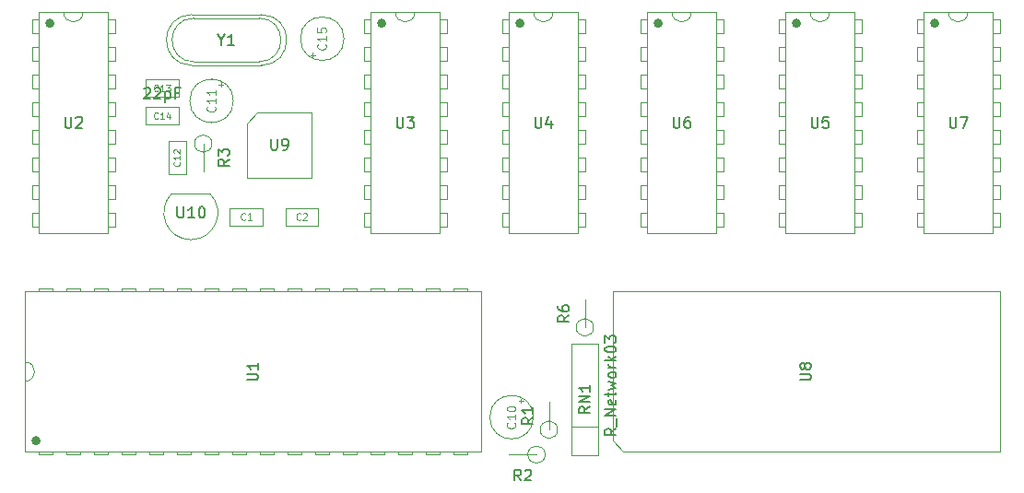
<source format=gbr>
%TF.GenerationSoftware,KiCad,Pcbnew,7.0.10*%
%TF.CreationDate,2024-03-07T11:58:07+00:00*%
%TF.ProjectId,v0a,7630612e-6b69-4636-9164-5f7063625858,rev?*%
%TF.SameCoordinates,Original*%
%TF.FileFunction,AssemblyDrawing,Top*%
%FSLAX46Y46*%
G04 Gerber Fmt 4.6, Leading zero omitted, Abs format (unit mm)*
G04 Created by KiCad (PCBNEW 7.0.10) date 2024-03-07 11:58:07*
%MOMM*%
%LPD*%
G01*
G04 APERTURE LIST*
%ADD10C,0.150000*%
%ADD11C,0.120000*%
%ADD12C,0.090000*%
%ADD13C,0.100000*%
%ADD14C,0.431000*%
G04 APERTURE END LIST*
D10*
X43846905Y-53429819D02*
X43846905Y-54239342D01*
X43846905Y-54239342D02*
X43894524Y-54334580D01*
X43894524Y-54334580D02*
X43942143Y-54382200D01*
X43942143Y-54382200D02*
X44037381Y-54429819D01*
X44037381Y-54429819D02*
X44227857Y-54429819D01*
X44227857Y-54429819D02*
X44323095Y-54382200D01*
X44323095Y-54382200D02*
X44370714Y-54334580D01*
X44370714Y-54334580D02*
X44418333Y-54239342D01*
X44418333Y-54239342D02*
X44418333Y-53429819D01*
X45418333Y-54429819D02*
X44846905Y-54429819D01*
X45132619Y-54429819D02*
X45132619Y-53429819D01*
X45132619Y-53429819D02*
X45037381Y-53572676D01*
X45037381Y-53572676D02*
X44942143Y-53667914D01*
X44942143Y-53667914D02*
X44846905Y-53715533D01*
X46037381Y-53429819D02*
X46132619Y-53429819D01*
X46132619Y-53429819D02*
X46227857Y-53477438D01*
X46227857Y-53477438D02*
X46275476Y-53525057D01*
X46275476Y-53525057D02*
X46323095Y-53620295D01*
X46323095Y-53620295D02*
X46370714Y-53810771D01*
X46370714Y-53810771D02*
X46370714Y-54048866D01*
X46370714Y-54048866D02*
X46323095Y-54239342D01*
X46323095Y-54239342D02*
X46275476Y-54334580D01*
X46275476Y-54334580D02*
X46227857Y-54382200D01*
X46227857Y-54382200D02*
X46132619Y-54429819D01*
X46132619Y-54429819D02*
X46037381Y-54429819D01*
X46037381Y-54429819D02*
X45942143Y-54382200D01*
X45942143Y-54382200D02*
X45894524Y-54334580D01*
X45894524Y-54334580D02*
X45846905Y-54239342D01*
X45846905Y-54239342D02*
X45799286Y-54048866D01*
X45799286Y-54048866D02*
X45799286Y-53810771D01*
X45799286Y-53810771D02*
X45846905Y-53620295D01*
X45846905Y-53620295D02*
X45894524Y-53525057D01*
X45894524Y-53525057D02*
X45942143Y-53477438D01*
X45942143Y-53477438D02*
X46037381Y-53429819D01*
D11*
X47277664Y-44214285D02*
X47315760Y-44252381D01*
X47315760Y-44252381D02*
X47353855Y-44366666D01*
X47353855Y-44366666D02*
X47353855Y-44442857D01*
X47353855Y-44442857D02*
X47315760Y-44557143D01*
X47315760Y-44557143D02*
X47239569Y-44633333D01*
X47239569Y-44633333D02*
X47163379Y-44671428D01*
X47163379Y-44671428D02*
X47010998Y-44709524D01*
X47010998Y-44709524D02*
X46896712Y-44709524D01*
X46896712Y-44709524D02*
X46744331Y-44671428D01*
X46744331Y-44671428D02*
X46668140Y-44633333D01*
X46668140Y-44633333D02*
X46591950Y-44557143D01*
X46591950Y-44557143D02*
X46553855Y-44442857D01*
X46553855Y-44442857D02*
X46553855Y-44366666D01*
X46553855Y-44366666D02*
X46591950Y-44252381D01*
X46591950Y-44252381D02*
X46630045Y-44214285D01*
X47353855Y-43452381D02*
X47353855Y-43909524D01*
X47353855Y-43680952D02*
X46553855Y-43680952D01*
X46553855Y-43680952D02*
X46668140Y-43757143D01*
X46668140Y-43757143D02*
X46744331Y-43833333D01*
X46744331Y-43833333D02*
X46782426Y-43909524D01*
X47353855Y-42690476D02*
X47353855Y-43147619D01*
X47353855Y-42919047D02*
X46553855Y-42919047D01*
X46553855Y-42919047D02*
X46668140Y-42995238D01*
X46668140Y-42995238D02*
X46744331Y-43071428D01*
X46744331Y-43071428D02*
X46782426Y-43147619D01*
D10*
X76708095Y-45174819D02*
X76708095Y-45984342D01*
X76708095Y-45984342D02*
X76755714Y-46079580D01*
X76755714Y-46079580D02*
X76803333Y-46127200D01*
X76803333Y-46127200D02*
X76898571Y-46174819D01*
X76898571Y-46174819D02*
X77089047Y-46174819D01*
X77089047Y-46174819D02*
X77184285Y-46127200D01*
X77184285Y-46127200D02*
X77231904Y-46079580D01*
X77231904Y-46079580D02*
X77279523Y-45984342D01*
X77279523Y-45984342D02*
X77279523Y-45174819D01*
X78184285Y-45508152D02*
X78184285Y-46174819D01*
X77946190Y-45127200D02*
X77708095Y-45841485D01*
X77708095Y-45841485D02*
X78327142Y-45841485D01*
D12*
X42052285Y-42760748D02*
X42023713Y-42789320D01*
X42023713Y-42789320D02*
X41937999Y-42817891D01*
X41937999Y-42817891D02*
X41880856Y-42817891D01*
X41880856Y-42817891D02*
X41795142Y-42789320D01*
X41795142Y-42789320D02*
X41737999Y-42732177D01*
X41737999Y-42732177D02*
X41709428Y-42675034D01*
X41709428Y-42675034D02*
X41680856Y-42560748D01*
X41680856Y-42560748D02*
X41680856Y-42475034D01*
X41680856Y-42475034D02*
X41709428Y-42360748D01*
X41709428Y-42360748D02*
X41737999Y-42303605D01*
X41737999Y-42303605D02*
X41795142Y-42246462D01*
X41795142Y-42246462D02*
X41880856Y-42217891D01*
X41880856Y-42217891D02*
X41937999Y-42217891D01*
X41937999Y-42217891D02*
X42023713Y-42246462D01*
X42023713Y-42246462D02*
X42052285Y-42275034D01*
X42623713Y-42817891D02*
X42280856Y-42817891D01*
X42452285Y-42817891D02*
X42452285Y-42217891D01*
X42452285Y-42217891D02*
X42395142Y-42303605D01*
X42395142Y-42303605D02*
X42337999Y-42360748D01*
X42337999Y-42360748D02*
X42280856Y-42389320D01*
X42823714Y-42217891D02*
X43195142Y-42217891D01*
X43195142Y-42217891D02*
X42995142Y-42446462D01*
X42995142Y-42446462D02*
X43080857Y-42446462D01*
X43080857Y-42446462D02*
X43138000Y-42475034D01*
X43138000Y-42475034D02*
X43166571Y-42503605D01*
X43166571Y-42503605D02*
X43195142Y-42560748D01*
X43195142Y-42560748D02*
X43195142Y-42703605D01*
X43195142Y-42703605D02*
X43166571Y-42760748D01*
X43166571Y-42760748D02*
X43138000Y-42789320D01*
X43138000Y-42789320D02*
X43080857Y-42817891D01*
X43080857Y-42817891D02*
X42909428Y-42817891D01*
X42909428Y-42817891D02*
X42852285Y-42789320D01*
X42852285Y-42789320D02*
X42823714Y-42760748D01*
D10*
X102108095Y-45174819D02*
X102108095Y-45984342D01*
X102108095Y-45984342D02*
X102155714Y-46079580D01*
X102155714Y-46079580D02*
X102203333Y-46127200D01*
X102203333Y-46127200D02*
X102298571Y-46174819D01*
X102298571Y-46174819D02*
X102489047Y-46174819D01*
X102489047Y-46174819D02*
X102584285Y-46127200D01*
X102584285Y-46127200D02*
X102631904Y-46079580D01*
X102631904Y-46079580D02*
X102679523Y-45984342D01*
X102679523Y-45984342D02*
X102679523Y-45174819D01*
X103631904Y-45174819D02*
X103155714Y-45174819D01*
X103155714Y-45174819D02*
X103108095Y-45651009D01*
X103108095Y-45651009D02*
X103155714Y-45603390D01*
X103155714Y-45603390D02*
X103250952Y-45555771D01*
X103250952Y-45555771D02*
X103489047Y-45555771D01*
X103489047Y-45555771D02*
X103584285Y-45603390D01*
X103584285Y-45603390D02*
X103631904Y-45651009D01*
X103631904Y-45651009D02*
X103679523Y-45746247D01*
X103679523Y-45746247D02*
X103679523Y-45984342D01*
X103679523Y-45984342D02*
X103631904Y-46079580D01*
X103631904Y-46079580D02*
X103584285Y-46127200D01*
X103584285Y-46127200D02*
X103489047Y-46174819D01*
X103489047Y-46174819D02*
X103250952Y-46174819D01*
X103250952Y-46174819D02*
X103155714Y-46127200D01*
X103155714Y-46127200D02*
X103108095Y-46079580D01*
X79814819Y-63412666D02*
X79338628Y-63745999D01*
X79814819Y-63984094D02*
X78814819Y-63984094D01*
X78814819Y-63984094D02*
X78814819Y-63603142D01*
X78814819Y-63603142D02*
X78862438Y-63507904D01*
X78862438Y-63507904D02*
X78910057Y-63460285D01*
X78910057Y-63460285D02*
X79005295Y-63412666D01*
X79005295Y-63412666D02*
X79148152Y-63412666D01*
X79148152Y-63412666D02*
X79243390Y-63460285D01*
X79243390Y-63460285D02*
X79291009Y-63507904D01*
X79291009Y-63507904D02*
X79338628Y-63603142D01*
X79338628Y-63603142D02*
X79338628Y-63984094D01*
X78814819Y-62555523D02*
X78814819Y-62745999D01*
X78814819Y-62745999D02*
X78862438Y-62841237D01*
X78862438Y-62841237D02*
X78910057Y-62888856D01*
X78910057Y-62888856D02*
X79052914Y-62984094D01*
X79052914Y-62984094D02*
X79243390Y-63031713D01*
X79243390Y-63031713D02*
X79624342Y-63031713D01*
X79624342Y-63031713D02*
X79719580Y-62984094D01*
X79719580Y-62984094D02*
X79767200Y-62936475D01*
X79767200Y-62936475D02*
X79814819Y-62841237D01*
X79814819Y-62841237D02*
X79814819Y-62650761D01*
X79814819Y-62650761D02*
X79767200Y-62555523D01*
X79767200Y-62555523D02*
X79719580Y-62507904D01*
X79719580Y-62507904D02*
X79624342Y-62460285D01*
X79624342Y-62460285D02*
X79386247Y-62460285D01*
X79386247Y-62460285D02*
X79291009Y-62507904D01*
X79291009Y-62507904D02*
X79243390Y-62555523D01*
X79243390Y-62555523D02*
X79195771Y-62650761D01*
X79195771Y-62650761D02*
X79195771Y-62841237D01*
X79195771Y-62841237D02*
X79243390Y-62936475D01*
X79243390Y-62936475D02*
X79291009Y-62984094D01*
X79291009Y-62984094D02*
X79386247Y-63031713D01*
D11*
X74836664Y-73273285D02*
X74874760Y-73311381D01*
X74874760Y-73311381D02*
X74912855Y-73425666D01*
X74912855Y-73425666D02*
X74912855Y-73501857D01*
X74912855Y-73501857D02*
X74874760Y-73616143D01*
X74874760Y-73616143D02*
X74798569Y-73692333D01*
X74798569Y-73692333D02*
X74722379Y-73730428D01*
X74722379Y-73730428D02*
X74569998Y-73768524D01*
X74569998Y-73768524D02*
X74455712Y-73768524D01*
X74455712Y-73768524D02*
X74303331Y-73730428D01*
X74303331Y-73730428D02*
X74227140Y-73692333D01*
X74227140Y-73692333D02*
X74150950Y-73616143D01*
X74150950Y-73616143D02*
X74112855Y-73501857D01*
X74112855Y-73501857D02*
X74112855Y-73425666D01*
X74112855Y-73425666D02*
X74150950Y-73311381D01*
X74150950Y-73311381D02*
X74189045Y-73273285D01*
X74912855Y-72511381D02*
X74912855Y-72968524D01*
X74912855Y-72739952D02*
X74112855Y-72739952D01*
X74112855Y-72739952D02*
X74227140Y-72816143D01*
X74227140Y-72816143D02*
X74303331Y-72892333D01*
X74303331Y-72892333D02*
X74341426Y-72968524D01*
X74112855Y-72016142D02*
X74112855Y-71939952D01*
X74112855Y-71939952D02*
X74150950Y-71863761D01*
X74150950Y-71863761D02*
X74189045Y-71825666D01*
X74189045Y-71825666D02*
X74265236Y-71787571D01*
X74265236Y-71787571D02*
X74417617Y-71749476D01*
X74417617Y-71749476D02*
X74608093Y-71749476D01*
X74608093Y-71749476D02*
X74760474Y-71787571D01*
X74760474Y-71787571D02*
X74836664Y-71825666D01*
X74836664Y-71825666D02*
X74874760Y-71863761D01*
X74874760Y-71863761D02*
X74912855Y-71939952D01*
X74912855Y-71939952D02*
X74912855Y-72016142D01*
X74912855Y-72016142D02*
X74874760Y-72092333D01*
X74874760Y-72092333D02*
X74836664Y-72130428D01*
X74836664Y-72130428D02*
X74760474Y-72168523D01*
X74760474Y-72168523D02*
X74608093Y-72206619D01*
X74608093Y-72206619D02*
X74417617Y-72206619D01*
X74417617Y-72206619D02*
X74265236Y-72168523D01*
X74265236Y-72168523D02*
X74189045Y-72130428D01*
X74189045Y-72130428D02*
X74150950Y-72092333D01*
X74150950Y-72092333D02*
X74112855Y-72016142D01*
D10*
X50254819Y-69341904D02*
X51064342Y-69341904D01*
X51064342Y-69341904D02*
X51159580Y-69294285D01*
X51159580Y-69294285D02*
X51207200Y-69246666D01*
X51207200Y-69246666D02*
X51254819Y-69151428D01*
X51254819Y-69151428D02*
X51254819Y-68960952D01*
X51254819Y-68960952D02*
X51207200Y-68865714D01*
X51207200Y-68865714D02*
X51159580Y-68818095D01*
X51159580Y-68818095D02*
X51064342Y-68770476D01*
X51064342Y-68770476D02*
X50254819Y-68770476D01*
X51254819Y-67770476D02*
X51254819Y-68341904D01*
X51254819Y-68056190D02*
X50254819Y-68056190D01*
X50254819Y-68056190D02*
X50397676Y-68151428D01*
X50397676Y-68151428D02*
X50492914Y-68246666D01*
X50492914Y-68246666D02*
X50540533Y-68341904D01*
D12*
X44030748Y-49300714D02*
X44059320Y-49329286D01*
X44059320Y-49329286D02*
X44087891Y-49415000D01*
X44087891Y-49415000D02*
X44087891Y-49472143D01*
X44087891Y-49472143D02*
X44059320Y-49557857D01*
X44059320Y-49557857D02*
X44002177Y-49615000D01*
X44002177Y-49615000D02*
X43945034Y-49643571D01*
X43945034Y-49643571D02*
X43830748Y-49672143D01*
X43830748Y-49672143D02*
X43745034Y-49672143D01*
X43745034Y-49672143D02*
X43630748Y-49643571D01*
X43630748Y-49643571D02*
X43573605Y-49615000D01*
X43573605Y-49615000D02*
X43516462Y-49557857D01*
X43516462Y-49557857D02*
X43487891Y-49472143D01*
X43487891Y-49472143D02*
X43487891Y-49415000D01*
X43487891Y-49415000D02*
X43516462Y-49329286D01*
X43516462Y-49329286D02*
X43545034Y-49300714D01*
X44087891Y-48729286D02*
X44087891Y-49072143D01*
X44087891Y-48900714D02*
X43487891Y-48900714D01*
X43487891Y-48900714D02*
X43573605Y-48957857D01*
X43573605Y-48957857D02*
X43630748Y-49015000D01*
X43630748Y-49015000D02*
X43659320Y-49072143D01*
X43545034Y-48500714D02*
X43516462Y-48472142D01*
X43516462Y-48472142D02*
X43487891Y-48415000D01*
X43487891Y-48415000D02*
X43487891Y-48272142D01*
X43487891Y-48272142D02*
X43516462Y-48215000D01*
X43516462Y-48215000D02*
X43545034Y-48186428D01*
X43545034Y-48186428D02*
X43602177Y-48157857D01*
X43602177Y-48157857D02*
X43659320Y-48157857D01*
X43659320Y-48157857D02*
X43745034Y-48186428D01*
X43745034Y-48186428D02*
X44087891Y-48529285D01*
X44087891Y-48529285D02*
X44087891Y-48157857D01*
D10*
X101054819Y-69341904D02*
X101864342Y-69341904D01*
X101864342Y-69341904D02*
X101959580Y-69294285D01*
X101959580Y-69294285D02*
X102007200Y-69246666D01*
X102007200Y-69246666D02*
X102054819Y-69151428D01*
X102054819Y-69151428D02*
X102054819Y-68960952D01*
X102054819Y-68960952D02*
X102007200Y-68865714D01*
X102007200Y-68865714D02*
X101959580Y-68818095D01*
X101959580Y-68818095D02*
X101864342Y-68770476D01*
X101864342Y-68770476D02*
X101054819Y-68770476D01*
X101483390Y-68151428D02*
X101435771Y-68246666D01*
X101435771Y-68246666D02*
X101388152Y-68294285D01*
X101388152Y-68294285D02*
X101292914Y-68341904D01*
X101292914Y-68341904D02*
X101245295Y-68341904D01*
X101245295Y-68341904D02*
X101150057Y-68294285D01*
X101150057Y-68294285D02*
X101102438Y-68246666D01*
X101102438Y-68246666D02*
X101054819Y-68151428D01*
X101054819Y-68151428D02*
X101054819Y-67960952D01*
X101054819Y-67960952D02*
X101102438Y-67865714D01*
X101102438Y-67865714D02*
X101150057Y-67818095D01*
X101150057Y-67818095D02*
X101245295Y-67770476D01*
X101245295Y-67770476D02*
X101292914Y-67770476D01*
X101292914Y-67770476D02*
X101388152Y-67818095D01*
X101388152Y-67818095D02*
X101435771Y-67865714D01*
X101435771Y-67865714D02*
X101483390Y-67960952D01*
X101483390Y-67960952D02*
X101483390Y-68151428D01*
X101483390Y-68151428D02*
X101531009Y-68246666D01*
X101531009Y-68246666D02*
X101578628Y-68294285D01*
X101578628Y-68294285D02*
X101673866Y-68341904D01*
X101673866Y-68341904D02*
X101864342Y-68341904D01*
X101864342Y-68341904D02*
X101959580Y-68294285D01*
X101959580Y-68294285D02*
X102007200Y-68246666D01*
X102007200Y-68246666D02*
X102054819Y-68151428D01*
X102054819Y-68151428D02*
X102054819Y-67960952D01*
X102054819Y-67960952D02*
X102007200Y-67865714D01*
X102007200Y-67865714D02*
X101959580Y-67818095D01*
X101959580Y-67818095D02*
X101864342Y-67770476D01*
X101864342Y-67770476D02*
X101673866Y-67770476D01*
X101673866Y-67770476D02*
X101578628Y-67818095D01*
X101578628Y-67818095D02*
X101531009Y-67865714D01*
X101531009Y-67865714D02*
X101483390Y-67960952D01*
X40795143Y-42585057D02*
X40842762Y-42537438D01*
X40842762Y-42537438D02*
X40938000Y-42489819D01*
X40938000Y-42489819D02*
X41176095Y-42489819D01*
X41176095Y-42489819D02*
X41271333Y-42537438D01*
X41271333Y-42537438D02*
X41318952Y-42585057D01*
X41318952Y-42585057D02*
X41366571Y-42680295D01*
X41366571Y-42680295D02*
X41366571Y-42775533D01*
X41366571Y-42775533D02*
X41318952Y-42918390D01*
X41318952Y-42918390D02*
X40747524Y-43489819D01*
X40747524Y-43489819D02*
X41366571Y-43489819D01*
X41747524Y-42585057D02*
X41795143Y-42537438D01*
X41795143Y-42537438D02*
X41890381Y-42489819D01*
X41890381Y-42489819D02*
X42128476Y-42489819D01*
X42128476Y-42489819D02*
X42223714Y-42537438D01*
X42223714Y-42537438D02*
X42271333Y-42585057D01*
X42271333Y-42585057D02*
X42318952Y-42680295D01*
X42318952Y-42680295D02*
X42318952Y-42775533D01*
X42318952Y-42775533D02*
X42271333Y-42918390D01*
X42271333Y-42918390D02*
X41699905Y-43489819D01*
X41699905Y-43489819D02*
X42318952Y-43489819D01*
X42747524Y-42823152D02*
X42747524Y-43823152D01*
X42747524Y-42870771D02*
X42842762Y-42823152D01*
X42842762Y-42823152D02*
X43033238Y-42823152D01*
X43033238Y-42823152D02*
X43128476Y-42870771D01*
X43128476Y-42870771D02*
X43176095Y-42918390D01*
X43176095Y-42918390D02*
X43223714Y-43013628D01*
X43223714Y-43013628D02*
X43223714Y-43299342D01*
X43223714Y-43299342D02*
X43176095Y-43394580D01*
X43176095Y-43394580D02*
X43128476Y-43442200D01*
X43128476Y-43442200D02*
X43033238Y-43489819D01*
X43033238Y-43489819D02*
X42842762Y-43489819D01*
X42842762Y-43489819D02*
X42747524Y-43442200D01*
X43985619Y-42966009D02*
X43652286Y-42966009D01*
X43652286Y-43489819D02*
X43652286Y-42489819D01*
X43652286Y-42489819D02*
X44128476Y-42489819D01*
D12*
X42052285Y-45300748D02*
X42023713Y-45329320D01*
X42023713Y-45329320D02*
X41937999Y-45357891D01*
X41937999Y-45357891D02*
X41880856Y-45357891D01*
X41880856Y-45357891D02*
X41795142Y-45329320D01*
X41795142Y-45329320D02*
X41737999Y-45272177D01*
X41737999Y-45272177D02*
X41709428Y-45215034D01*
X41709428Y-45215034D02*
X41680856Y-45100748D01*
X41680856Y-45100748D02*
X41680856Y-45015034D01*
X41680856Y-45015034D02*
X41709428Y-44900748D01*
X41709428Y-44900748D02*
X41737999Y-44843605D01*
X41737999Y-44843605D02*
X41795142Y-44786462D01*
X41795142Y-44786462D02*
X41880856Y-44757891D01*
X41880856Y-44757891D02*
X41937999Y-44757891D01*
X41937999Y-44757891D02*
X42023713Y-44786462D01*
X42023713Y-44786462D02*
X42052285Y-44815034D01*
X42623713Y-45357891D02*
X42280856Y-45357891D01*
X42452285Y-45357891D02*
X42452285Y-44757891D01*
X42452285Y-44757891D02*
X42395142Y-44843605D01*
X42395142Y-44843605D02*
X42337999Y-44900748D01*
X42337999Y-44900748D02*
X42280856Y-44929320D01*
X43138000Y-44957891D02*
X43138000Y-45357891D01*
X42995142Y-44729320D02*
X42852285Y-45157891D01*
X42852285Y-45157891D02*
X43223714Y-45157891D01*
D10*
X114808095Y-45174819D02*
X114808095Y-45984342D01*
X114808095Y-45984342D02*
X114855714Y-46079580D01*
X114855714Y-46079580D02*
X114903333Y-46127200D01*
X114903333Y-46127200D02*
X114998571Y-46174819D01*
X114998571Y-46174819D02*
X115189047Y-46174819D01*
X115189047Y-46174819D02*
X115284285Y-46127200D01*
X115284285Y-46127200D02*
X115331904Y-46079580D01*
X115331904Y-46079580D02*
X115379523Y-45984342D01*
X115379523Y-45984342D02*
X115379523Y-45174819D01*
X115760476Y-45174819D02*
X116427142Y-45174819D01*
X116427142Y-45174819D02*
X115998571Y-46174819D01*
D12*
X55165000Y-54571748D02*
X55136428Y-54600320D01*
X55136428Y-54600320D02*
X55050714Y-54628891D01*
X55050714Y-54628891D02*
X54993571Y-54628891D01*
X54993571Y-54628891D02*
X54907857Y-54600320D01*
X54907857Y-54600320D02*
X54850714Y-54543177D01*
X54850714Y-54543177D02*
X54822143Y-54486034D01*
X54822143Y-54486034D02*
X54793571Y-54371748D01*
X54793571Y-54371748D02*
X54793571Y-54286034D01*
X54793571Y-54286034D02*
X54822143Y-54171748D01*
X54822143Y-54171748D02*
X54850714Y-54114605D01*
X54850714Y-54114605D02*
X54907857Y-54057462D01*
X54907857Y-54057462D02*
X54993571Y-54028891D01*
X54993571Y-54028891D02*
X55050714Y-54028891D01*
X55050714Y-54028891D02*
X55136428Y-54057462D01*
X55136428Y-54057462D02*
X55165000Y-54086034D01*
X55393571Y-54086034D02*
X55422143Y-54057462D01*
X55422143Y-54057462D02*
X55479286Y-54028891D01*
X55479286Y-54028891D02*
X55622143Y-54028891D01*
X55622143Y-54028891D02*
X55679286Y-54057462D01*
X55679286Y-54057462D02*
X55707857Y-54086034D01*
X55707857Y-54086034D02*
X55736428Y-54143177D01*
X55736428Y-54143177D02*
X55736428Y-54200320D01*
X55736428Y-54200320D02*
X55707857Y-54286034D01*
X55707857Y-54286034D02*
X55365000Y-54628891D01*
X55365000Y-54628891D02*
X55736428Y-54628891D01*
D11*
X57437664Y-38499285D02*
X57475760Y-38537381D01*
X57475760Y-38537381D02*
X57513855Y-38651666D01*
X57513855Y-38651666D02*
X57513855Y-38727857D01*
X57513855Y-38727857D02*
X57475760Y-38842143D01*
X57475760Y-38842143D02*
X57399569Y-38918333D01*
X57399569Y-38918333D02*
X57323379Y-38956428D01*
X57323379Y-38956428D02*
X57170998Y-38994524D01*
X57170998Y-38994524D02*
X57056712Y-38994524D01*
X57056712Y-38994524D02*
X56904331Y-38956428D01*
X56904331Y-38956428D02*
X56828140Y-38918333D01*
X56828140Y-38918333D02*
X56751950Y-38842143D01*
X56751950Y-38842143D02*
X56713855Y-38727857D01*
X56713855Y-38727857D02*
X56713855Y-38651666D01*
X56713855Y-38651666D02*
X56751950Y-38537381D01*
X56751950Y-38537381D02*
X56790045Y-38499285D01*
X57513855Y-37737381D02*
X57513855Y-38194524D01*
X57513855Y-37965952D02*
X56713855Y-37965952D01*
X56713855Y-37965952D02*
X56828140Y-38042143D01*
X56828140Y-38042143D02*
X56904331Y-38118333D01*
X56904331Y-38118333D02*
X56942426Y-38194524D01*
X56713855Y-37013571D02*
X56713855Y-37394523D01*
X56713855Y-37394523D02*
X57094807Y-37432619D01*
X57094807Y-37432619D02*
X57056712Y-37394523D01*
X57056712Y-37394523D02*
X57018617Y-37318333D01*
X57018617Y-37318333D02*
X57018617Y-37127857D01*
X57018617Y-37127857D02*
X57056712Y-37051666D01*
X57056712Y-37051666D02*
X57094807Y-37013571D01*
X57094807Y-37013571D02*
X57170998Y-36975476D01*
X57170998Y-36975476D02*
X57361474Y-36975476D01*
X57361474Y-36975476D02*
X57437664Y-37013571D01*
X57437664Y-37013571D02*
X57475760Y-37051666D01*
X57475760Y-37051666D02*
X57513855Y-37127857D01*
X57513855Y-37127857D02*
X57513855Y-37318333D01*
X57513855Y-37318333D02*
X57475760Y-37394523D01*
X57475760Y-37394523D02*
X57437664Y-37432619D01*
D10*
X89408095Y-45174819D02*
X89408095Y-45984342D01*
X89408095Y-45984342D02*
X89455714Y-46079580D01*
X89455714Y-46079580D02*
X89503333Y-46127200D01*
X89503333Y-46127200D02*
X89598571Y-46174819D01*
X89598571Y-46174819D02*
X89789047Y-46174819D01*
X89789047Y-46174819D02*
X89884285Y-46127200D01*
X89884285Y-46127200D02*
X89931904Y-46079580D01*
X89931904Y-46079580D02*
X89979523Y-45984342D01*
X89979523Y-45984342D02*
X89979523Y-45174819D01*
X90884285Y-45174819D02*
X90693809Y-45174819D01*
X90693809Y-45174819D02*
X90598571Y-45222438D01*
X90598571Y-45222438D02*
X90550952Y-45270057D01*
X90550952Y-45270057D02*
X90455714Y-45412914D01*
X90455714Y-45412914D02*
X90408095Y-45603390D01*
X90408095Y-45603390D02*
X90408095Y-45984342D01*
X90408095Y-45984342D02*
X90455714Y-46079580D01*
X90455714Y-46079580D02*
X90503333Y-46127200D01*
X90503333Y-46127200D02*
X90598571Y-46174819D01*
X90598571Y-46174819D02*
X90789047Y-46174819D01*
X90789047Y-46174819D02*
X90884285Y-46127200D01*
X90884285Y-46127200D02*
X90931904Y-46079580D01*
X90931904Y-46079580D02*
X90979523Y-45984342D01*
X90979523Y-45984342D02*
X90979523Y-45746247D01*
X90979523Y-45746247D02*
X90931904Y-45651009D01*
X90931904Y-45651009D02*
X90884285Y-45603390D01*
X90884285Y-45603390D02*
X90789047Y-45555771D01*
X90789047Y-45555771D02*
X90598571Y-45555771D01*
X90598571Y-45555771D02*
X90503333Y-45603390D01*
X90503333Y-45603390D02*
X90455714Y-45651009D01*
X90455714Y-45651009D02*
X90408095Y-45746247D01*
X84134819Y-73802381D02*
X83658628Y-74135714D01*
X84134819Y-74373809D02*
X83134819Y-74373809D01*
X83134819Y-74373809D02*
X83134819Y-73992857D01*
X83134819Y-73992857D02*
X83182438Y-73897619D01*
X83182438Y-73897619D02*
X83230057Y-73850000D01*
X83230057Y-73850000D02*
X83325295Y-73802381D01*
X83325295Y-73802381D02*
X83468152Y-73802381D01*
X83468152Y-73802381D02*
X83563390Y-73850000D01*
X83563390Y-73850000D02*
X83611009Y-73897619D01*
X83611009Y-73897619D02*
X83658628Y-73992857D01*
X83658628Y-73992857D02*
X83658628Y-74373809D01*
X84230057Y-73611905D02*
X84230057Y-72850000D01*
X84134819Y-72611904D02*
X83134819Y-72611904D01*
X83134819Y-72611904D02*
X84134819Y-72040476D01*
X84134819Y-72040476D02*
X83134819Y-72040476D01*
X84087200Y-71183333D02*
X84134819Y-71278571D01*
X84134819Y-71278571D02*
X84134819Y-71469047D01*
X84134819Y-71469047D02*
X84087200Y-71564285D01*
X84087200Y-71564285D02*
X83991961Y-71611904D01*
X83991961Y-71611904D02*
X83611009Y-71611904D01*
X83611009Y-71611904D02*
X83515771Y-71564285D01*
X83515771Y-71564285D02*
X83468152Y-71469047D01*
X83468152Y-71469047D02*
X83468152Y-71278571D01*
X83468152Y-71278571D02*
X83515771Y-71183333D01*
X83515771Y-71183333D02*
X83611009Y-71135714D01*
X83611009Y-71135714D02*
X83706247Y-71135714D01*
X83706247Y-71135714D02*
X83801485Y-71611904D01*
X83468152Y-70849999D02*
X83468152Y-70469047D01*
X83134819Y-70707142D02*
X83991961Y-70707142D01*
X83991961Y-70707142D02*
X84087200Y-70659523D01*
X84087200Y-70659523D02*
X84134819Y-70564285D01*
X84134819Y-70564285D02*
X84134819Y-70469047D01*
X83468152Y-70230951D02*
X84134819Y-70040475D01*
X84134819Y-70040475D02*
X83658628Y-69849999D01*
X83658628Y-69849999D02*
X84134819Y-69659523D01*
X84134819Y-69659523D02*
X83468152Y-69469047D01*
X84134819Y-68945237D02*
X84087200Y-69040475D01*
X84087200Y-69040475D02*
X84039580Y-69088094D01*
X84039580Y-69088094D02*
X83944342Y-69135713D01*
X83944342Y-69135713D02*
X83658628Y-69135713D01*
X83658628Y-69135713D02*
X83563390Y-69088094D01*
X83563390Y-69088094D02*
X83515771Y-69040475D01*
X83515771Y-69040475D02*
X83468152Y-68945237D01*
X83468152Y-68945237D02*
X83468152Y-68802380D01*
X83468152Y-68802380D02*
X83515771Y-68707142D01*
X83515771Y-68707142D02*
X83563390Y-68659523D01*
X83563390Y-68659523D02*
X83658628Y-68611904D01*
X83658628Y-68611904D02*
X83944342Y-68611904D01*
X83944342Y-68611904D02*
X84039580Y-68659523D01*
X84039580Y-68659523D02*
X84087200Y-68707142D01*
X84087200Y-68707142D02*
X84134819Y-68802380D01*
X84134819Y-68802380D02*
X84134819Y-68945237D01*
X84134819Y-68183332D02*
X83468152Y-68183332D01*
X83658628Y-68183332D02*
X83563390Y-68135713D01*
X83563390Y-68135713D02*
X83515771Y-68088094D01*
X83515771Y-68088094D02*
X83468152Y-67992856D01*
X83468152Y-67992856D02*
X83468152Y-67897618D01*
X84134819Y-67564284D02*
X83134819Y-67564284D01*
X83753866Y-67469046D02*
X84134819Y-67183332D01*
X83468152Y-67183332D02*
X83849104Y-67564284D01*
X83134819Y-66564284D02*
X83134819Y-66469046D01*
X83134819Y-66469046D02*
X83182438Y-66373808D01*
X83182438Y-66373808D02*
X83230057Y-66326189D01*
X83230057Y-66326189D02*
X83325295Y-66278570D01*
X83325295Y-66278570D02*
X83515771Y-66230951D01*
X83515771Y-66230951D02*
X83753866Y-66230951D01*
X83753866Y-66230951D02*
X83944342Y-66278570D01*
X83944342Y-66278570D02*
X84039580Y-66326189D01*
X84039580Y-66326189D02*
X84087200Y-66373808D01*
X84087200Y-66373808D02*
X84134819Y-66469046D01*
X84134819Y-66469046D02*
X84134819Y-66564284D01*
X84134819Y-66564284D02*
X84087200Y-66659522D01*
X84087200Y-66659522D02*
X84039580Y-66707141D01*
X84039580Y-66707141D02*
X83944342Y-66754760D01*
X83944342Y-66754760D02*
X83753866Y-66802379D01*
X83753866Y-66802379D02*
X83515771Y-66802379D01*
X83515771Y-66802379D02*
X83325295Y-66754760D01*
X83325295Y-66754760D02*
X83230057Y-66707141D01*
X83230057Y-66707141D02*
X83182438Y-66659522D01*
X83182438Y-66659522D02*
X83134819Y-66564284D01*
X83134819Y-65897617D02*
X83134819Y-65278570D01*
X83134819Y-65278570D02*
X83515771Y-65611903D01*
X83515771Y-65611903D02*
X83515771Y-65469046D01*
X83515771Y-65469046D02*
X83563390Y-65373808D01*
X83563390Y-65373808D02*
X83611009Y-65326189D01*
X83611009Y-65326189D02*
X83706247Y-65278570D01*
X83706247Y-65278570D02*
X83944342Y-65278570D01*
X83944342Y-65278570D02*
X84039580Y-65326189D01*
X84039580Y-65326189D02*
X84087200Y-65373808D01*
X84087200Y-65373808D02*
X84134819Y-65469046D01*
X84134819Y-65469046D02*
X84134819Y-65754760D01*
X84134819Y-65754760D02*
X84087200Y-65849998D01*
X84087200Y-65849998D02*
X84039580Y-65897617D01*
X81734819Y-71810476D02*
X81258628Y-72143809D01*
X81734819Y-72381904D02*
X80734819Y-72381904D01*
X80734819Y-72381904D02*
X80734819Y-72000952D01*
X80734819Y-72000952D02*
X80782438Y-71905714D01*
X80782438Y-71905714D02*
X80830057Y-71858095D01*
X80830057Y-71858095D02*
X80925295Y-71810476D01*
X80925295Y-71810476D02*
X81068152Y-71810476D01*
X81068152Y-71810476D02*
X81163390Y-71858095D01*
X81163390Y-71858095D02*
X81211009Y-71905714D01*
X81211009Y-71905714D02*
X81258628Y-72000952D01*
X81258628Y-72000952D02*
X81258628Y-72381904D01*
X81734819Y-71381904D02*
X80734819Y-71381904D01*
X80734819Y-71381904D02*
X81734819Y-70810476D01*
X81734819Y-70810476D02*
X80734819Y-70810476D01*
X81734819Y-69810476D02*
X81734819Y-70381904D01*
X81734819Y-70096190D02*
X80734819Y-70096190D01*
X80734819Y-70096190D02*
X80877676Y-70191428D01*
X80877676Y-70191428D02*
X80972914Y-70286666D01*
X80972914Y-70286666D02*
X81020533Y-70381904D01*
X47883809Y-38078628D02*
X47883809Y-38554819D01*
X47550476Y-37554819D02*
X47883809Y-38078628D01*
X47883809Y-38078628D02*
X48217142Y-37554819D01*
X49074285Y-38554819D02*
X48502857Y-38554819D01*
X48788571Y-38554819D02*
X48788571Y-37554819D01*
X48788571Y-37554819D02*
X48693333Y-37697676D01*
X48693333Y-37697676D02*
X48598095Y-37792914D01*
X48598095Y-37792914D02*
X48502857Y-37840533D01*
X75398333Y-78574819D02*
X75065000Y-78098628D01*
X74826905Y-78574819D02*
X74826905Y-77574819D01*
X74826905Y-77574819D02*
X75207857Y-77574819D01*
X75207857Y-77574819D02*
X75303095Y-77622438D01*
X75303095Y-77622438D02*
X75350714Y-77670057D01*
X75350714Y-77670057D02*
X75398333Y-77765295D01*
X75398333Y-77765295D02*
X75398333Y-77908152D01*
X75398333Y-77908152D02*
X75350714Y-78003390D01*
X75350714Y-78003390D02*
X75303095Y-78051009D01*
X75303095Y-78051009D02*
X75207857Y-78098628D01*
X75207857Y-78098628D02*
X74826905Y-78098628D01*
X75779286Y-77670057D02*
X75826905Y-77622438D01*
X75826905Y-77622438D02*
X75922143Y-77574819D01*
X75922143Y-77574819D02*
X76160238Y-77574819D01*
X76160238Y-77574819D02*
X76255476Y-77622438D01*
X76255476Y-77622438D02*
X76303095Y-77670057D01*
X76303095Y-77670057D02*
X76350714Y-77765295D01*
X76350714Y-77765295D02*
X76350714Y-77860533D01*
X76350714Y-77860533D02*
X76303095Y-78003390D01*
X76303095Y-78003390D02*
X75731667Y-78574819D01*
X75731667Y-78574819D02*
X76350714Y-78574819D01*
D12*
X50065000Y-54571748D02*
X50036428Y-54600320D01*
X50036428Y-54600320D02*
X49950714Y-54628891D01*
X49950714Y-54628891D02*
X49893571Y-54628891D01*
X49893571Y-54628891D02*
X49807857Y-54600320D01*
X49807857Y-54600320D02*
X49750714Y-54543177D01*
X49750714Y-54543177D02*
X49722143Y-54486034D01*
X49722143Y-54486034D02*
X49693571Y-54371748D01*
X49693571Y-54371748D02*
X49693571Y-54286034D01*
X49693571Y-54286034D02*
X49722143Y-54171748D01*
X49722143Y-54171748D02*
X49750714Y-54114605D01*
X49750714Y-54114605D02*
X49807857Y-54057462D01*
X49807857Y-54057462D02*
X49893571Y-54028891D01*
X49893571Y-54028891D02*
X49950714Y-54028891D01*
X49950714Y-54028891D02*
X50036428Y-54057462D01*
X50036428Y-54057462D02*
X50065000Y-54086034D01*
X50636428Y-54628891D02*
X50293571Y-54628891D01*
X50465000Y-54628891D02*
X50465000Y-54028891D01*
X50465000Y-54028891D02*
X50407857Y-54114605D01*
X50407857Y-54114605D02*
X50350714Y-54171748D01*
X50350714Y-54171748D02*
X50293571Y-54200320D01*
D10*
X48602819Y-49061666D02*
X48126628Y-49394999D01*
X48602819Y-49633094D02*
X47602819Y-49633094D01*
X47602819Y-49633094D02*
X47602819Y-49252142D01*
X47602819Y-49252142D02*
X47650438Y-49156904D01*
X47650438Y-49156904D02*
X47698057Y-49109285D01*
X47698057Y-49109285D02*
X47793295Y-49061666D01*
X47793295Y-49061666D02*
X47936152Y-49061666D01*
X47936152Y-49061666D02*
X48031390Y-49109285D01*
X48031390Y-49109285D02*
X48079009Y-49156904D01*
X48079009Y-49156904D02*
X48126628Y-49252142D01*
X48126628Y-49252142D02*
X48126628Y-49633094D01*
X47602819Y-48728332D02*
X47602819Y-48109285D01*
X47602819Y-48109285D02*
X47983771Y-48442618D01*
X47983771Y-48442618D02*
X47983771Y-48299761D01*
X47983771Y-48299761D02*
X48031390Y-48204523D01*
X48031390Y-48204523D02*
X48079009Y-48156904D01*
X48079009Y-48156904D02*
X48174247Y-48109285D01*
X48174247Y-48109285D02*
X48412342Y-48109285D01*
X48412342Y-48109285D02*
X48507580Y-48156904D01*
X48507580Y-48156904D02*
X48555200Y-48204523D01*
X48555200Y-48204523D02*
X48602819Y-48299761D01*
X48602819Y-48299761D02*
X48602819Y-48585475D01*
X48602819Y-48585475D02*
X48555200Y-48680713D01*
X48555200Y-48680713D02*
X48507580Y-48728332D01*
X33528095Y-45174819D02*
X33528095Y-45984342D01*
X33528095Y-45984342D02*
X33575714Y-46079580D01*
X33575714Y-46079580D02*
X33623333Y-46127200D01*
X33623333Y-46127200D02*
X33718571Y-46174819D01*
X33718571Y-46174819D02*
X33909047Y-46174819D01*
X33909047Y-46174819D02*
X34004285Y-46127200D01*
X34004285Y-46127200D02*
X34051904Y-46079580D01*
X34051904Y-46079580D02*
X34099523Y-45984342D01*
X34099523Y-45984342D02*
X34099523Y-45174819D01*
X34528095Y-45270057D02*
X34575714Y-45222438D01*
X34575714Y-45222438D02*
X34670952Y-45174819D01*
X34670952Y-45174819D02*
X34909047Y-45174819D01*
X34909047Y-45174819D02*
X35004285Y-45222438D01*
X35004285Y-45222438D02*
X35051904Y-45270057D01*
X35051904Y-45270057D02*
X35099523Y-45365295D01*
X35099523Y-45365295D02*
X35099523Y-45460533D01*
X35099523Y-45460533D02*
X35051904Y-45603390D01*
X35051904Y-45603390D02*
X34480476Y-46174819D01*
X34480476Y-46174819D02*
X35099523Y-46174819D01*
X64008095Y-45174819D02*
X64008095Y-45984342D01*
X64008095Y-45984342D02*
X64055714Y-46079580D01*
X64055714Y-46079580D02*
X64103333Y-46127200D01*
X64103333Y-46127200D02*
X64198571Y-46174819D01*
X64198571Y-46174819D02*
X64389047Y-46174819D01*
X64389047Y-46174819D02*
X64484285Y-46127200D01*
X64484285Y-46127200D02*
X64531904Y-46079580D01*
X64531904Y-46079580D02*
X64579523Y-45984342D01*
X64579523Y-45984342D02*
X64579523Y-45174819D01*
X64960476Y-45174819D02*
X65579523Y-45174819D01*
X65579523Y-45174819D02*
X65246190Y-45555771D01*
X65246190Y-45555771D02*
X65389047Y-45555771D01*
X65389047Y-45555771D02*
X65484285Y-45603390D01*
X65484285Y-45603390D02*
X65531904Y-45651009D01*
X65531904Y-45651009D02*
X65579523Y-45746247D01*
X65579523Y-45746247D02*
X65579523Y-45984342D01*
X65579523Y-45984342D02*
X65531904Y-46079580D01*
X65531904Y-46079580D02*
X65484285Y-46127200D01*
X65484285Y-46127200D02*
X65389047Y-46174819D01*
X65389047Y-46174819D02*
X65103333Y-46174819D01*
X65103333Y-46174819D02*
X65008095Y-46127200D01*
X65008095Y-46127200D02*
X64960476Y-46079580D01*
X76512819Y-72810666D02*
X76036628Y-73143999D01*
X76512819Y-73382094D02*
X75512819Y-73382094D01*
X75512819Y-73382094D02*
X75512819Y-73001142D01*
X75512819Y-73001142D02*
X75560438Y-72905904D01*
X75560438Y-72905904D02*
X75608057Y-72858285D01*
X75608057Y-72858285D02*
X75703295Y-72810666D01*
X75703295Y-72810666D02*
X75846152Y-72810666D01*
X75846152Y-72810666D02*
X75941390Y-72858285D01*
X75941390Y-72858285D02*
X75989009Y-72905904D01*
X75989009Y-72905904D02*
X76036628Y-73001142D01*
X76036628Y-73001142D02*
X76036628Y-73382094D01*
X76512819Y-71858285D02*
X76512819Y-72429713D01*
X76512819Y-72143999D02*
X75512819Y-72143999D01*
X75512819Y-72143999D02*
X75655676Y-72239237D01*
X75655676Y-72239237D02*
X75750914Y-72334475D01*
X75750914Y-72334475D02*
X75798533Y-72429713D01*
X52448095Y-47206819D02*
X52448095Y-48016342D01*
X52448095Y-48016342D02*
X52495714Y-48111580D01*
X52495714Y-48111580D02*
X52543333Y-48159200D01*
X52543333Y-48159200D02*
X52638571Y-48206819D01*
X52638571Y-48206819D02*
X52829047Y-48206819D01*
X52829047Y-48206819D02*
X52924285Y-48159200D01*
X52924285Y-48159200D02*
X52971904Y-48111580D01*
X52971904Y-48111580D02*
X53019523Y-48016342D01*
X53019523Y-48016342D02*
X53019523Y-47206819D01*
X53543333Y-48206819D02*
X53733809Y-48206819D01*
X53733809Y-48206819D02*
X53829047Y-48159200D01*
X53829047Y-48159200D02*
X53876666Y-48111580D01*
X53876666Y-48111580D02*
X53971904Y-47968723D01*
X53971904Y-47968723D02*
X54019523Y-47778247D01*
X54019523Y-47778247D02*
X54019523Y-47397295D01*
X54019523Y-47397295D02*
X53971904Y-47302057D01*
X53971904Y-47302057D02*
X53924285Y-47254438D01*
X53924285Y-47254438D02*
X53829047Y-47206819D01*
X53829047Y-47206819D02*
X53638571Y-47206819D01*
X53638571Y-47206819D02*
X53543333Y-47254438D01*
X53543333Y-47254438D02*
X53495714Y-47302057D01*
X53495714Y-47302057D02*
X53448095Y-47397295D01*
X53448095Y-47397295D02*
X53448095Y-47635390D01*
X53448095Y-47635390D02*
X53495714Y-47730628D01*
X53495714Y-47730628D02*
X53543333Y-47778247D01*
X53543333Y-47778247D02*
X53638571Y-47825866D01*
X53638571Y-47825866D02*
X53829047Y-47825866D01*
X53829047Y-47825866D02*
X53924285Y-47778247D01*
X53924285Y-47778247D02*
X53971904Y-47730628D01*
X53971904Y-47730628D02*
X54019523Y-47635390D01*
D13*
%TO.C,U10*%
X46855000Y-52225000D02*
X43355000Y-52225000D01*
X45085000Y-56455000D02*
G75*
G03*
X46838625Y-52221375I0J2480000D01*
G01*
X43331375Y-52221375D02*
G75*
G03*
X45085000Y-56455000I1753625J-1753625D01*
G01*
%TO.C,C11*%
X47857500Y-41997446D02*
X47857500Y-42397446D01*
X48057500Y-42197446D02*
X47657500Y-42197446D01*
X48990000Y-43700000D02*
G75*
G03*
X44990000Y-43700000I-2000000J0D01*
G01*
X44990000Y-43700000D02*
G75*
G03*
X48990000Y-43700000I2000000J0D01*
G01*
%TO.C,U4*%
X73660000Y-36195000D02*
X73660000Y-37465000D01*
X73660000Y-36195000D02*
X74295000Y-36195000D01*
X73660000Y-37465000D02*
X74295000Y-37465000D01*
X73660000Y-38735000D02*
X73660000Y-40005000D01*
X73660000Y-38735000D02*
X74295000Y-38735000D01*
X73660000Y-40005000D02*
X74295000Y-40005000D01*
X73660000Y-41275000D02*
X73660000Y-42545000D01*
X73660000Y-41275000D02*
X74295000Y-41275000D01*
X73660000Y-42545000D02*
X74295000Y-42545000D01*
X73660000Y-43815000D02*
X73660000Y-45085000D01*
X73660000Y-43815000D02*
X74295000Y-43815000D01*
X73660000Y-45085000D02*
X74295000Y-45085000D01*
X73660000Y-46355000D02*
X73660000Y-47625000D01*
X73660000Y-46355000D02*
X74295000Y-46355000D01*
X73660000Y-47625000D02*
X74295000Y-47625000D01*
X73660000Y-48895000D02*
X73660000Y-50165000D01*
X73660000Y-48895000D02*
X74295000Y-48895000D01*
X73660000Y-50165000D02*
X74295000Y-50165000D01*
X73660000Y-51435000D02*
X73660000Y-52705000D01*
X73660000Y-51435000D02*
X74295000Y-51435000D01*
X73660000Y-52705000D02*
X74295000Y-52705000D01*
X73660000Y-53975000D02*
X73660000Y-55245000D01*
X73660000Y-53975000D02*
X74295000Y-53975000D01*
X73660000Y-55245000D02*
X74295000Y-55245000D01*
X74295000Y-35560000D02*
X80645000Y-35560000D01*
X74295000Y-55880000D02*
X74295000Y-35560000D01*
X80645000Y-35560000D02*
X80645000Y-55880000D01*
X80645000Y-55880000D02*
X74295000Y-55880000D01*
X81280000Y-36195000D02*
X80645000Y-36195000D01*
X81280000Y-37465000D02*
X80645000Y-37465000D01*
X81280000Y-37465000D02*
X81280000Y-36195000D01*
X81280000Y-38735000D02*
X80645000Y-38735000D01*
X81280000Y-40005000D02*
X80645000Y-40005000D01*
X81280000Y-40005000D02*
X81280000Y-38735000D01*
X81280000Y-41275000D02*
X80645000Y-41275000D01*
X81280000Y-42545000D02*
X80645000Y-42545000D01*
X81280000Y-42545000D02*
X81280000Y-41275000D01*
X81280000Y-43815000D02*
X80645000Y-43815000D01*
X81280000Y-45085000D02*
X80645000Y-45085000D01*
X81280000Y-45085000D02*
X81280000Y-43815000D01*
X81280000Y-46355000D02*
X80645000Y-46355000D01*
X81280000Y-47625000D02*
X80645000Y-47625000D01*
X81280000Y-47625000D02*
X81280000Y-46355000D01*
X81280000Y-48895000D02*
X80645000Y-48895000D01*
X81280000Y-50165000D02*
X80645000Y-50165000D01*
X81280000Y-50165000D02*
X81280000Y-48895000D01*
X81280000Y-51435000D02*
X80645000Y-51435000D01*
X81280000Y-52705000D02*
X80645000Y-52705000D01*
X81280000Y-52705000D02*
X81280000Y-51435000D01*
X81280000Y-53975000D02*
X80645000Y-53975000D01*
X81280000Y-55245000D02*
X80645000Y-55245000D01*
X81280000Y-55245000D02*
X81280000Y-53975000D01*
X76581000Y-35560000D02*
G75*
G03*
X78359000Y-35560000I889000J0D01*
G01*
D14*
X75526500Y-36576000D02*
G75*
G03*
X75095500Y-36576000I-215500J0D01*
G01*
X75095500Y-36576000D02*
G75*
G03*
X75526500Y-36576000I215500J0D01*
G01*
D13*
%TO.C,C13*%
X43938000Y-43345000D02*
X43938000Y-41745000D01*
X43938000Y-41745000D02*
X40938000Y-41745000D01*
X40938000Y-43345000D02*
X43938000Y-43345000D01*
X40938000Y-41745000D02*
X40938000Y-43345000D01*
%TO.C,U5*%
X99060000Y-36195000D02*
X99060000Y-37465000D01*
X99060000Y-36195000D02*
X99695000Y-36195000D01*
X99060000Y-37465000D02*
X99695000Y-37465000D01*
X99060000Y-38735000D02*
X99060000Y-40005000D01*
X99060000Y-38735000D02*
X99695000Y-38735000D01*
X99060000Y-40005000D02*
X99695000Y-40005000D01*
X99060000Y-41275000D02*
X99060000Y-42545000D01*
X99060000Y-41275000D02*
X99695000Y-41275000D01*
X99060000Y-42545000D02*
X99695000Y-42545000D01*
X99060000Y-43815000D02*
X99060000Y-45085000D01*
X99060000Y-43815000D02*
X99695000Y-43815000D01*
X99060000Y-45085000D02*
X99695000Y-45085000D01*
X99060000Y-46355000D02*
X99060000Y-47625000D01*
X99060000Y-46355000D02*
X99695000Y-46355000D01*
X99060000Y-47625000D02*
X99695000Y-47625000D01*
X99060000Y-48895000D02*
X99060000Y-50165000D01*
X99060000Y-48895000D02*
X99695000Y-48895000D01*
X99060000Y-50165000D02*
X99695000Y-50165000D01*
X99060000Y-51435000D02*
X99060000Y-52705000D01*
X99060000Y-51435000D02*
X99695000Y-51435000D01*
X99060000Y-52705000D02*
X99695000Y-52705000D01*
X99060000Y-53975000D02*
X99060000Y-55245000D01*
X99060000Y-53975000D02*
X99695000Y-53975000D01*
X99060000Y-55245000D02*
X99695000Y-55245000D01*
X99695000Y-35560000D02*
X106045000Y-35560000D01*
X99695000Y-55880000D02*
X99695000Y-35560000D01*
X106045000Y-35560000D02*
X106045000Y-55880000D01*
X106045000Y-55880000D02*
X99695000Y-55880000D01*
X106680000Y-36195000D02*
X106045000Y-36195000D01*
X106680000Y-37465000D02*
X106045000Y-37465000D01*
X106680000Y-37465000D02*
X106680000Y-36195000D01*
X106680000Y-38735000D02*
X106045000Y-38735000D01*
X106680000Y-40005000D02*
X106045000Y-40005000D01*
X106680000Y-40005000D02*
X106680000Y-38735000D01*
X106680000Y-41275000D02*
X106045000Y-41275000D01*
X106680000Y-42545000D02*
X106045000Y-42545000D01*
X106680000Y-42545000D02*
X106680000Y-41275000D01*
X106680000Y-43815000D02*
X106045000Y-43815000D01*
X106680000Y-45085000D02*
X106045000Y-45085000D01*
X106680000Y-45085000D02*
X106680000Y-43815000D01*
X106680000Y-46355000D02*
X106045000Y-46355000D01*
X106680000Y-47625000D02*
X106045000Y-47625000D01*
X106680000Y-47625000D02*
X106680000Y-46355000D01*
X106680000Y-48895000D02*
X106045000Y-48895000D01*
X106680000Y-50165000D02*
X106045000Y-50165000D01*
X106680000Y-50165000D02*
X106680000Y-48895000D01*
X106680000Y-51435000D02*
X106045000Y-51435000D01*
X106680000Y-52705000D02*
X106045000Y-52705000D01*
X106680000Y-52705000D02*
X106680000Y-51435000D01*
X106680000Y-53975000D02*
X106045000Y-53975000D01*
X106680000Y-55245000D02*
X106045000Y-55245000D01*
X106680000Y-55245000D02*
X106680000Y-53975000D01*
X101981000Y-35560000D02*
G75*
G03*
X103759000Y-35560000I889000J0D01*
G01*
D14*
X100926500Y-36576000D02*
G75*
G03*
X100495500Y-36576000I-215500J0D01*
G01*
X100495500Y-36576000D02*
G75*
G03*
X100926500Y-36576000I215500J0D01*
G01*
D13*
%TO.C,R6*%
X81280000Y-64516000D02*
X81280000Y-61976000D01*
X82080000Y-64516000D02*
G75*
G03*
X80480000Y-64516000I-800000J0D01*
G01*
X80480000Y-64516000D02*
G75*
G03*
X82080000Y-64516000I800000J0D01*
G01*
%TO.C,C10*%
X75416500Y-71056446D02*
X75416500Y-71456446D01*
X75616500Y-71256446D02*
X75216500Y-71256446D01*
X76549000Y-72759000D02*
G75*
G03*
X72549000Y-72759000I-2000000J0D01*
G01*
X72549000Y-72759000D02*
G75*
G03*
X76549000Y-72759000I2000000J0D01*
G01*
%TO.C,U1*%
X31115000Y-76200000D02*
X32385000Y-76200000D01*
X31115000Y-76200000D02*
X31115000Y-75946000D01*
X32385000Y-76200000D02*
X32385000Y-75946000D01*
X33655000Y-76200000D02*
X34925000Y-76200000D01*
X33655000Y-76200000D02*
X33655000Y-75946000D01*
X34925000Y-76200000D02*
X34925000Y-75946000D01*
X36195000Y-76200000D02*
X37465000Y-76200000D01*
X36195000Y-76200000D02*
X36195000Y-75946000D01*
X37465000Y-76200000D02*
X37465000Y-75946000D01*
X38735000Y-76200000D02*
X40005000Y-76200000D01*
X38735000Y-76200000D02*
X38735000Y-75946000D01*
X40005000Y-76200000D02*
X40005000Y-75946000D01*
X41275000Y-76200000D02*
X42545000Y-76200000D01*
X41275000Y-76200000D02*
X41275000Y-75946000D01*
X42545000Y-76200000D02*
X42545000Y-75946000D01*
X43815000Y-76200000D02*
X45085000Y-76200000D01*
X43815000Y-76200000D02*
X43815000Y-75946000D01*
X45085000Y-76200000D02*
X45085000Y-75946000D01*
X46355000Y-76200000D02*
X47625000Y-76200000D01*
X46355000Y-76200000D02*
X46355000Y-75946000D01*
X47625000Y-76200000D02*
X47625000Y-75946000D01*
X48895000Y-76200000D02*
X50165000Y-76200000D01*
X48895000Y-76200000D02*
X48895000Y-75946000D01*
X50165000Y-76200000D02*
X50165000Y-75946000D01*
X51435000Y-76200000D02*
X52705000Y-76200000D01*
X51435000Y-76200000D02*
X51435000Y-75946000D01*
X52705000Y-76200000D02*
X52705000Y-75946000D01*
X53975000Y-76200000D02*
X55245000Y-76200000D01*
X53975000Y-76200000D02*
X53975000Y-75946000D01*
X55245000Y-76200000D02*
X55245000Y-75946000D01*
X56515000Y-76200000D02*
X57785000Y-76200000D01*
X56515000Y-76200000D02*
X56515000Y-75946000D01*
X57785000Y-76200000D02*
X57785000Y-75946000D01*
X59055000Y-76200000D02*
X60325000Y-76200000D01*
X59055000Y-76200000D02*
X59055000Y-75946000D01*
X60325000Y-76200000D02*
X60325000Y-75946000D01*
X61595000Y-76200000D02*
X62865000Y-76200000D01*
X61595000Y-76200000D02*
X61595000Y-75946000D01*
X62865000Y-76200000D02*
X62865000Y-75946000D01*
X64135000Y-76200000D02*
X65405000Y-76200000D01*
X64135000Y-76200000D02*
X64135000Y-75946000D01*
X65405000Y-76200000D02*
X65405000Y-75946000D01*
X66675000Y-76200000D02*
X67945000Y-76200000D01*
X66675000Y-76200000D02*
X66675000Y-75946000D01*
X67945000Y-76200000D02*
X67945000Y-75946000D01*
X69215000Y-76200000D02*
X70485000Y-76200000D01*
X69215000Y-76200000D02*
X69215000Y-75946000D01*
X70485000Y-76200000D02*
X70485000Y-75946000D01*
X29845000Y-75946000D02*
X29845000Y-61215000D01*
X71755000Y-75945000D02*
X29845000Y-75946000D01*
X29845000Y-61215000D02*
X71755000Y-61215000D01*
X71755000Y-61215000D02*
X71755000Y-75945000D01*
X31115000Y-60960000D02*
X31115000Y-61214000D01*
X32385000Y-60960000D02*
X32385000Y-61214000D01*
X32385000Y-60960000D02*
X31115000Y-60960000D01*
X33655000Y-60960000D02*
X33655000Y-61214000D01*
X34925000Y-60960000D02*
X34925000Y-61214000D01*
X34925000Y-60960000D02*
X33655000Y-60960000D01*
X36195000Y-60960000D02*
X36195000Y-61214000D01*
X37465000Y-60960000D02*
X37465000Y-61214000D01*
X37465000Y-60960000D02*
X36195000Y-60960000D01*
X38735000Y-60960000D02*
X38735000Y-61214000D01*
X40005000Y-60960000D02*
X40005000Y-61214000D01*
X40005000Y-60960000D02*
X38735000Y-60960000D01*
X41275000Y-60960000D02*
X41275000Y-61214000D01*
X42545000Y-60960000D02*
X42545000Y-61214000D01*
X42545000Y-60960000D02*
X41275000Y-60960000D01*
X43815000Y-60960000D02*
X43815000Y-61214000D01*
X45085000Y-60960000D02*
X45085000Y-61214000D01*
X45085000Y-60960000D02*
X43815000Y-60960000D01*
X46355000Y-60960000D02*
X46355000Y-61214000D01*
X47625000Y-60960000D02*
X47625000Y-61214000D01*
X47625000Y-60960000D02*
X46355000Y-60960000D01*
X48895000Y-60960000D02*
X48895000Y-61214000D01*
X50165000Y-60960000D02*
X50165000Y-61214000D01*
X50165000Y-60960000D02*
X48895000Y-60960000D01*
X51435000Y-60960000D02*
X51435000Y-61214000D01*
X52705000Y-60960000D02*
X52705000Y-61214000D01*
X52705000Y-60960000D02*
X51435000Y-60960000D01*
X53975000Y-60960000D02*
X53975000Y-61214000D01*
X55245000Y-60960000D02*
X55245000Y-61214000D01*
X55245000Y-60960000D02*
X53975000Y-60960000D01*
X56515000Y-60960000D02*
X56515000Y-61214000D01*
X57785000Y-60960000D02*
X57785000Y-61214000D01*
X57785000Y-60960000D02*
X56515000Y-60960000D01*
X59055000Y-60960000D02*
X59055000Y-61214000D01*
X60325000Y-60960000D02*
X60325000Y-61214000D01*
X60325000Y-60960000D02*
X59055000Y-60960000D01*
X61595000Y-60960000D02*
X61595000Y-61214000D01*
X62865000Y-60960000D02*
X62865000Y-61214000D01*
X62865000Y-60960000D02*
X61595000Y-60960000D01*
X64135000Y-60960000D02*
X64135000Y-61214000D01*
X65405000Y-60960000D02*
X65405000Y-61214000D01*
X65405000Y-60960000D02*
X64135000Y-60960000D01*
X66675000Y-60960000D02*
X66675000Y-61214000D01*
X67945000Y-60960000D02*
X67945000Y-61214000D01*
X67945000Y-60960000D02*
X66675000Y-60960000D01*
X69215000Y-60960000D02*
X69215000Y-61214000D01*
X70485000Y-60960000D02*
X70485000Y-61214000D01*
X70485000Y-60960000D02*
X69215000Y-60960000D01*
X29845000Y-69469000D02*
G75*
G03*
X29845000Y-67691000I0J889000D01*
G01*
D14*
X31076500Y-74930000D02*
G75*
G03*
X30645500Y-74930000I-215500J0D01*
G01*
X30645500Y-74930000D02*
G75*
G03*
X31076500Y-74930000I215500J0D01*
G01*
D13*
%TO.C,C12*%
X44615000Y-47415000D02*
X43015000Y-47415000D01*
X43015000Y-47415000D02*
X43015000Y-50415000D01*
X44615000Y-50415000D02*
X44615000Y-47415000D01*
X43015000Y-50415000D02*
X44615000Y-50415000D01*
%TO.C,U8*%
X84820000Y-75945000D02*
X83820000Y-74945000D01*
X119380000Y-75945000D02*
X84820000Y-75945000D01*
X83820000Y-74945000D02*
X83820000Y-61215000D01*
X83820000Y-61215000D02*
X119380000Y-61215000D01*
X119380000Y-61215000D02*
X119380000Y-75945000D01*
%TO.C,C14*%
X43938000Y-45885000D02*
X43938000Y-44285000D01*
X43938000Y-44285000D02*
X40938000Y-44285000D01*
X40938000Y-45885000D02*
X43938000Y-45885000D01*
X40938000Y-44285000D02*
X40938000Y-45885000D01*
%TO.C,U7*%
X111760000Y-36195000D02*
X111760000Y-37465000D01*
X111760000Y-36195000D02*
X112395000Y-36195000D01*
X111760000Y-37465000D02*
X112395000Y-37465000D01*
X111760000Y-38735000D02*
X111760000Y-40005000D01*
X111760000Y-38735000D02*
X112395000Y-38735000D01*
X111760000Y-40005000D02*
X112395000Y-40005000D01*
X111760000Y-41275000D02*
X111760000Y-42545000D01*
X111760000Y-41275000D02*
X112395000Y-41275000D01*
X111760000Y-42545000D02*
X112395000Y-42545000D01*
X111760000Y-43815000D02*
X111760000Y-45085000D01*
X111760000Y-43815000D02*
X112395000Y-43815000D01*
X111760000Y-45085000D02*
X112395000Y-45085000D01*
X111760000Y-46355000D02*
X111760000Y-47625000D01*
X111760000Y-46355000D02*
X112395000Y-46355000D01*
X111760000Y-47625000D02*
X112395000Y-47625000D01*
X111760000Y-48895000D02*
X111760000Y-50165000D01*
X111760000Y-48895000D02*
X112395000Y-48895000D01*
X111760000Y-50165000D02*
X112395000Y-50165000D01*
X111760000Y-51435000D02*
X111760000Y-52705000D01*
X111760000Y-51435000D02*
X112395000Y-51435000D01*
X111760000Y-52705000D02*
X112395000Y-52705000D01*
X111760000Y-53975000D02*
X111760000Y-55245000D01*
X111760000Y-53975000D02*
X112395000Y-53975000D01*
X111760000Y-55245000D02*
X112395000Y-55245000D01*
X112395000Y-35560000D02*
X118745000Y-35560000D01*
X112395000Y-55880000D02*
X112395000Y-35560000D01*
X118745000Y-35560000D02*
X118745000Y-55880000D01*
X118745000Y-55880000D02*
X112395000Y-55880000D01*
X119380000Y-36195000D02*
X118745000Y-36195000D01*
X119380000Y-37465000D02*
X118745000Y-37465000D01*
X119380000Y-37465000D02*
X119380000Y-36195000D01*
X119380000Y-38735000D02*
X118745000Y-38735000D01*
X119380000Y-40005000D02*
X118745000Y-40005000D01*
X119380000Y-40005000D02*
X119380000Y-38735000D01*
X119380000Y-41275000D02*
X118745000Y-41275000D01*
X119380000Y-42545000D02*
X118745000Y-42545000D01*
X119380000Y-42545000D02*
X119380000Y-41275000D01*
X119380000Y-43815000D02*
X118745000Y-43815000D01*
X119380000Y-45085000D02*
X118745000Y-45085000D01*
X119380000Y-45085000D02*
X119380000Y-43815000D01*
X119380000Y-46355000D02*
X118745000Y-46355000D01*
X119380000Y-47625000D02*
X118745000Y-47625000D01*
X119380000Y-47625000D02*
X119380000Y-46355000D01*
X119380000Y-48895000D02*
X118745000Y-48895000D01*
X119380000Y-50165000D02*
X118745000Y-50165000D01*
X119380000Y-50165000D02*
X119380000Y-48895000D01*
X119380000Y-51435000D02*
X118745000Y-51435000D01*
X119380000Y-52705000D02*
X118745000Y-52705000D01*
X119380000Y-52705000D02*
X119380000Y-51435000D01*
X119380000Y-53975000D02*
X118745000Y-53975000D01*
X119380000Y-55245000D02*
X118745000Y-55245000D01*
X119380000Y-55245000D02*
X119380000Y-53975000D01*
X114681000Y-35560000D02*
G75*
G03*
X116459000Y-35560000I889000J0D01*
G01*
D14*
X113626500Y-36576000D02*
G75*
G03*
X113195500Y-36576000I-215500J0D01*
G01*
X113195500Y-36576000D02*
G75*
G03*
X113626500Y-36576000I215500J0D01*
G01*
D13*
%TO.C,C2*%
X53765000Y-53556000D02*
X53765000Y-55156000D01*
X53765000Y-55156000D02*
X56765000Y-55156000D01*
X56765000Y-53556000D02*
X53765000Y-53556000D01*
X56765000Y-55156000D02*
X56765000Y-53556000D01*
%TO.C,C15*%
X56282500Y-39687554D02*
X56282500Y-39287554D01*
X56082500Y-39487554D02*
X56482500Y-39487554D01*
X59150000Y-37985000D02*
G75*
G03*
X55150000Y-37985000I-2000000J0D01*
G01*
X55150000Y-37985000D02*
G75*
G03*
X59150000Y-37985000I2000000J0D01*
G01*
%TO.C,U6*%
X86360000Y-36195000D02*
X86360000Y-37465000D01*
X86360000Y-36195000D02*
X86995000Y-36195000D01*
X86360000Y-37465000D02*
X86995000Y-37465000D01*
X86360000Y-38735000D02*
X86360000Y-40005000D01*
X86360000Y-38735000D02*
X86995000Y-38735000D01*
X86360000Y-40005000D02*
X86995000Y-40005000D01*
X86360000Y-41275000D02*
X86360000Y-42545000D01*
X86360000Y-41275000D02*
X86995000Y-41275000D01*
X86360000Y-42545000D02*
X86995000Y-42545000D01*
X86360000Y-43815000D02*
X86360000Y-45085000D01*
X86360000Y-43815000D02*
X86995000Y-43815000D01*
X86360000Y-45085000D02*
X86995000Y-45085000D01*
X86360000Y-46355000D02*
X86360000Y-47625000D01*
X86360000Y-46355000D02*
X86995000Y-46355000D01*
X86360000Y-47625000D02*
X86995000Y-47625000D01*
X86360000Y-48895000D02*
X86360000Y-50165000D01*
X86360000Y-48895000D02*
X86995000Y-48895000D01*
X86360000Y-50165000D02*
X86995000Y-50165000D01*
X86360000Y-51435000D02*
X86360000Y-52705000D01*
X86360000Y-51435000D02*
X86995000Y-51435000D01*
X86360000Y-52705000D02*
X86995000Y-52705000D01*
X86360000Y-53975000D02*
X86360000Y-55245000D01*
X86360000Y-53975000D02*
X86995000Y-53975000D01*
X86360000Y-55245000D02*
X86995000Y-55245000D01*
X86995000Y-35560000D02*
X93345000Y-35560000D01*
X86995000Y-55880000D02*
X86995000Y-35560000D01*
X93345000Y-35560000D02*
X93345000Y-55880000D01*
X93345000Y-55880000D02*
X86995000Y-55880000D01*
X93980000Y-36195000D02*
X93345000Y-36195000D01*
X93980000Y-37465000D02*
X93345000Y-37465000D01*
X93980000Y-37465000D02*
X93980000Y-36195000D01*
X93980000Y-38735000D02*
X93345000Y-38735000D01*
X93980000Y-40005000D02*
X93345000Y-40005000D01*
X93980000Y-40005000D02*
X93980000Y-38735000D01*
X93980000Y-41275000D02*
X93345000Y-41275000D01*
X93980000Y-42545000D02*
X93345000Y-42545000D01*
X93980000Y-42545000D02*
X93980000Y-41275000D01*
X93980000Y-43815000D02*
X93345000Y-43815000D01*
X93980000Y-45085000D02*
X93345000Y-45085000D01*
X93980000Y-45085000D02*
X93980000Y-43815000D01*
X93980000Y-46355000D02*
X93345000Y-46355000D01*
X93980000Y-47625000D02*
X93345000Y-47625000D01*
X93980000Y-47625000D02*
X93980000Y-46355000D01*
X93980000Y-48895000D02*
X93345000Y-48895000D01*
X93980000Y-50165000D02*
X93345000Y-50165000D01*
X93980000Y-50165000D02*
X93980000Y-48895000D01*
X93980000Y-51435000D02*
X93345000Y-51435000D01*
X93980000Y-52705000D02*
X93345000Y-52705000D01*
X93980000Y-52705000D02*
X93980000Y-51435000D01*
X93980000Y-53975000D02*
X93345000Y-53975000D01*
X93980000Y-55245000D02*
X93345000Y-55245000D01*
X93980000Y-55245000D02*
X93980000Y-53975000D01*
X89281000Y-35560000D02*
G75*
G03*
X91059000Y-35560000I889000J0D01*
G01*
D14*
X88226500Y-36576000D02*
G75*
G03*
X87795500Y-36576000I-215500J0D01*
G01*
X87795500Y-36576000D02*
G75*
G03*
X88226500Y-36576000I215500J0D01*
G01*
D13*
%TO.C,RN1*%
X80030000Y-76220000D02*
X82530000Y-76220000D01*
X82530000Y-76220000D02*
X82530000Y-66020000D01*
X80030000Y-73660000D02*
X82530000Y-73660000D01*
X80030000Y-66020000D02*
X80030000Y-76220000D01*
X82530000Y-66020000D02*
X80030000Y-66020000D01*
%TO.C,Y1*%
X51560000Y-40425000D02*
X45160000Y-40425000D01*
X51560000Y-35775000D02*
X45160000Y-35775000D01*
X51360000Y-40100000D02*
X45360000Y-40100000D01*
X51360000Y-36100000D02*
X45360000Y-36100000D01*
X51560000Y-40425000D02*
G75*
G03*
X51560000Y-35775000I0J2325000D01*
G01*
X51360000Y-40100000D02*
G75*
G03*
X51360000Y-36100000I0J2000000D01*
G01*
X45360000Y-36100000D02*
G75*
G03*
X45360000Y-40100000I0J-2000000D01*
G01*
X45160000Y-35775000D02*
G75*
G03*
X45160000Y-40425000I0J-2325000D01*
G01*
%TO.C,R2*%
X76835000Y-76200000D02*
X74295000Y-76200000D01*
X77635000Y-76200000D02*
G75*
G03*
X76035000Y-76200000I-800000J0D01*
G01*
X76035000Y-76200000D02*
G75*
G03*
X77635000Y-76200000I800000J0D01*
G01*
%TO.C,C1*%
X48665000Y-53556000D02*
X48665000Y-55156000D01*
X48665000Y-55156000D02*
X51665000Y-55156000D01*
X51665000Y-53556000D02*
X48665000Y-53556000D01*
X51665000Y-55156000D02*
X51665000Y-53556000D01*
%TO.C,R3*%
X46228000Y-47625000D02*
X46228000Y-50165000D01*
X47028000Y-47625000D02*
G75*
G03*
X45428000Y-47625000I-800000J0D01*
G01*
X45428000Y-47625000D02*
G75*
G03*
X47028000Y-47625000I800000J0D01*
G01*
%TO.C,U2*%
X30480000Y-36195000D02*
X30480000Y-37465000D01*
X30480000Y-36195000D02*
X31115000Y-36195000D01*
X30480000Y-37465000D02*
X31115000Y-37465000D01*
X30480000Y-38735000D02*
X30480000Y-40005000D01*
X30480000Y-38735000D02*
X31115000Y-38735000D01*
X30480000Y-40005000D02*
X31115000Y-40005000D01*
X30480000Y-41275000D02*
X30480000Y-42545000D01*
X30480000Y-41275000D02*
X31115000Y-41275000D01*
X30480000Y-42545000D02*
X31115000Y-42545000D01*
X30480000Y-43815000D02*
X30480000Y-45085000D01*
X30480000Y-43815000D02*
X31115000Y-43815000D01*
X30480000Y-45085000D02*
X31115000Y-45085000D01*
X30480000Y-46355000D02*
X30480000Y-47625000D01*
X30480000Y-46355000D02*
X31115000Y-46355000D01*
X30480000Y-47625000D02*
X31115000Y-47625000D01*
X30480000Y-48895000D02*
X30480000Y-50165000D01*
X30480000Y-48895000D02*
X31115000Y-48895000D01*
X30480000Y-50165000D02*
X31115000Y-50165000D01*
X30480000Y-51435000D02*
X30480000Y-52705000D01*
X30480000Y-51435000D02*
X31115000Y-51435000D01*
X30480000Y-52705000D02*
X31115000Y-52705000D01*
X30480000Y-53975000D02*
X30480000Y-55245000D01*
X30480000Y-53975000D02*
X31115000Y-53975000D01*
X30480000Y-55245000D02*
X31115000Y-55245000D01*
X31115000Y-35560000D02*
X37465000Y-35560000D01*
X31115000Y-55880000D02*
X31115000Y-35560000D01*
X37465000Y-35560000D02*
X37465000Y-55880000D01*
X37465000Y-55880000D02*
X31115000Y-55880000D01*
X38100000Y-36195000D02*
X37465000Y-36195000D01*
X38100000Y-37465000D02*
X37465000Y-37465000D01*
X38100000Y-37465000D02*
X38100000Y-36195000D01*
X38100000Y-38735000D02*
X37465000Y-38735000D01*
X38100000Y-40005000D02*
X37465000Y-40005000D01*
X38100000Y-40005000D02*
X38100000Y-38735000D01*
X38100000Y-41275000D02*
X37465000Y-41275000D01*
X38100000Y-42545000D02*
X37465000Y-42545000D01*
X38100000Y-42545000D02*
X38100000Y-41275000D01*
X38100000Y-43815000D02*
X37465000Y-43815000D01*
X38100000Y-45085000D02*
X37465000Y-45085000D01*
X38100000Y-45085000D02*
X38100000Y-43815000D01*
X38100000Y-46355000D02*
X37465000Y-46355000D01*
X38100000Y-47625000D02*
X37465000Y-47625000D01*
X38100000Y-47625000D02*
X38100000Y-46355000D01*
X38100000Y-48895000D02*
X37465000Y-48895000D01*
X38100000Y-50165000D02*
X37465000Y-50165000D01*
X38100000Y-50165000D02*
X38100000Y-48895000D01*
X38100000Y-51435000D02*
X37465000Y-51435000D01*
X38100000Y-52705000D02*
X37465000Y-52705000D01*
X38100000Y-52705000D02*
X38100000Y-51435000D01*
X38100000Y-53975000D02*
X37465000Y-53975000D01*
X38100000Y-55245000D02*
X37465000Y-55245000D01*
X38100000Y-55245000D02*
X38100000Y-53975000D01*
X33401000Y-35560000D02*
G75*
G03*
X35179000Y-35560000I889000J0D01*
G01*
D14*
X32346500Y-36576000D02*
G75*
G03*
X31915500Y-36576000I-215500J0D01*
G01*
X31915500Y-36576000D02*
G75*
G03*
X32346500Y-36576000I215500J0D01*
G01*
D13*
%TO.C,U3*%
X60960000Y-36195000D02*
X60960000Y-37465000D01*
X60960000Y-36195000D02*
X61595000Y-36195000D01*
X60960000Y-37465000D02*
X61595000Y-37465000D01*
X60960000Y-38735000D02*
X60960000Y-40005000D01*
X60960000Y-38735000D02*
X61595000Y-38735000D01*
X60960000Y-40005000D02*
X61595000Y-40005000D01*
X60960000Y-41275000D02*
X60960000Y-42545000D01*
X60960000Y-41275000D02*
X61595000Y-41275000D01*
X60960000Y-42545000D02*
X61595000Y-42545000D01*
X60960000Y-43815000D02*
X60960000Y-45085000D01*
X60960000Y-43815000D02*
X61595000Y-43815000D01*
X60960000Y-45085000D02*
X61595000Y-45085000D01*
X60960000Y-46355000D02*
X60960000Y-47625000D01*
X60960000Y-46355000D02*
X61595000Y-46355000D01*
X60960000Y-47625000D02*
X61595000Y-47625000D01*
X60960000Y-48895000D02*
X60960000Y-50165000D01*
X60960000Y-48895000D02*
X61595000Y-48895000D01*
X60960000Y-50165000D02*
X61595000Y-50165000D01*
X60960000Y-51435000D02*
X60960000Y-52705000D01*
X60960000Y-51435000D02*
X61595000Y-51435000D01*
X60960000Y-52705000D02*
X61595000Y-52705000D01*
X60960000Y-53975000D02*
X60960000Y-55245000D01*
X60960000Y-53975000D02*
X61595000Y-53975000D01*
X60960000Y-55245000D02*
X61595000Y-55245000D01*
X61595000Y-35560000D02*
X67945000Y-35560000D01*
X61595000Y-55880000D02*
X61595000Y-35560000D01*
X67945000Y-35560000D02*
X67945000Y-55880000D01*
X67945000Y-55880000D02*
X61595000Y-55880000D01*
X68580000Y-36195000D02*
X67945000Y-36195000D01*
X68580000Y-37465000D02*
X67945000Y-37465000D01*
X68580000Y-37465000D02*
X68580000Y-36195000D01*
X68580000Y-38735000D02*
X67945000Y-38735000D01*
X68580000Y-40005000D02*
X67945000Y-40005000D01*
X68580000Y-40005000D02*
X68580000Y-38735000D01*
X68580000Y-41275000D02*
X67945000Y-41275000D01*
X68580000Y-42545000D02*
X67945000Y-42545000D01*
X68580000Y-42545000D02*
X68580000Y-41275000D01*
X68580000Y-43815000D02*
X67945000Y-43815000D01*
X68580000Y-45085000D02*
X67945000Y-45085000D01*
X68580000Y-45085000D02*
X68580000Y-43815000D01*
X68580000Y-46355000D02*
X67945000Y-46355000D01*
X68580000Y-47625000D02*
X67945000Y-47625000D01*
X68580000Y-47625000D02*
X68580000Y-46355000D01*
X68580000Y-48895000D02*
X67945000Y-48895000D01*
X68580000Y-50165000D02*
X67945000Y-50165000D01*
X68580000Y-50165000D02*
X68580000Y-48895000D01*
X68580000Y-51435000D02*
X67945000Y-51435000D01*
X68580000Y-52705000D02*
X67945000Y-52705000D01*
X68580000Y-52705000D02*
X68580000Y-51435000D01*
X68580000Y-53975000D02*
X67945000Y-53975000D01*
X68580000Y-55245000D02*
X67945000Y-55245000D01*
X68580000Y-55245000D02*
X68580000Y-53975000D01*
X63881000Y-35560000D02*
G75*
G03*
X65659000Y-35560000I889000J0D01*
G01*
D14*
X62826500Y-36576000D02*
G75*
G03*
X62395500Y-36576000I-215500J0D01*
G01*
X62395500Y-36576000D02*
G75*
G03*
X62826500Y-36576000I215500J0D01*
G01*
D13*
%TO.C,R1*%
X77978000Y-73914000D02*
X77978000Y-71374000D01*
X78778000Y-73914000D02*
G75*
G03*
X77178000Y-73914000I-800000J0D01*
G01*
X77178000Y-73914000D02*
G75*
G03*
X78778000Y-73914000I800000J0D01*
G01*
%TO.C,U9*%
X50210000Y-45752000D02*
X51210000Y-44752000D01*
X50210000Y-50752000D02*
X50210000Y-45752000D01*
X51210000Y-44752000D02*
X56210000Y-44752000D01*
X56210000Y-44752000D02*
X56210000Y-50752000D01*
X56210000Y-50752000D02*
X50210000Y-50752000D01*
%TD*%
M02*

</source>
